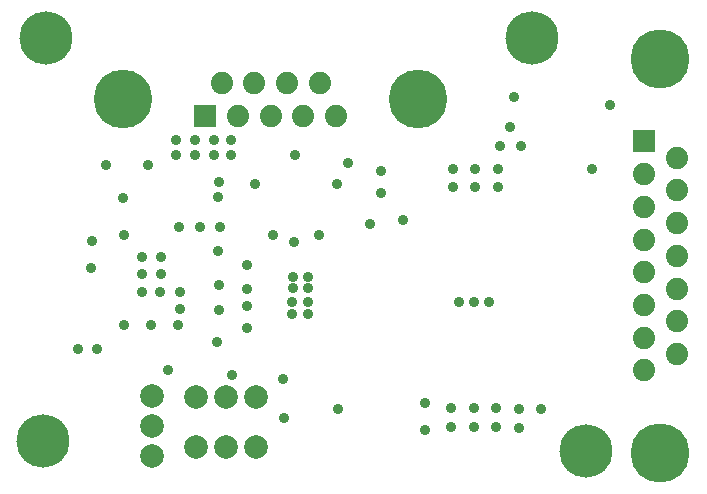
<source format=gbs>
G04*
G04 #@! TF.GenerationSoftware,Altium Limited,Altium Designer,19.0.10 (269)*
G04*
G04 Layer_Color=16711935*
%FSLAX25Y25*%
%MOIN*%
G70*
G01*
G75*
%ADD59C,0.17729*%
%ADD60C,0.07453*%
%ADD61R,0.07453X0.07453*%
%ADD62C,0.19540*%
%ADD63R,0.07453X0.07453*%
%ADD64C,0.07453*%
%ADD65C,0.19698*%
%ADD66C,0.07887*%
%ADD67C,0.03500*%
D59*
X180000Y14347D02*
D03*
X162000Y152000D02*
D03*
X0D02*
D03*
X-752Y17793D02*
D03*
D60*
X96811Y126008D02*
D03*
X91358Y137189D02*
D03*
X85905Y126008D02*
D03*
X80453Y137189D02*
D03*
X75000Y126008D02*
D03*
X69547Y137189D02*
D03*
X64095Y126008D02*
D03*
X58642Y137189D02*
D03*
D61*
X53189Y126008D02*
D03*
D62*
X25807Y131598D02*
D03*
X124193D02*
D03*
D63*
X199319Y117575D02*
D03*
D64*
X210500Y112122D02*
D03*
X199319Y106669D02*
D03*
X210500Y101216D02*
D03*
X199319Y95764D02*
D03*
X210500Y90311D02*
D03*
X199319Y84858D02*
D03*
X210500Y79405D02*
D03*
X199319Y73953D02*
D03*
X210500Y68500D02*
D03*
X199319Y63047D02*
D03*
X210500Y57595D02*
D03*
X199319Y52142D02*
D03*
X210500Y46689D02*
D03*
X199319Y41236D02*
D03*
D65*
X204909Y144996D02*
D03*
Y13815D02*
D03*
D66*
X70248Y15647D02*
D03*
X60248D02*
D03*
X50248D02*
D03*
X70248Y32322D02*
D03*
X60248D02*
D03*
X50248D02*
D03*
X35503Y32873D02*
D03*
Y22873D02*
D03*
Y12873D02*
D03*
D67*
X57268Y50766D02*
D03*
X67268Y55266D02*
D03*
Y76266D02*
D03*
X57536Y81172D02*
D03*
X67268Y68266D02*
D03*
Y62766D02*
D03*
X57768Y69766D02*
D03*
Y61266D02*
D03*
X44268Y56266D02*
D03*
X35268D02*
D03*
X26268D02*
D03*
X44768Y61766D02*
D03*
Y67266D02*
D03*
X43600Y118122D02*
D03*
X49848D02*
D03*
X56100D02*
D03*
X61848Y118043D02*
D03*
X58248Y89159D02*
D03*
X44398D02*
D03*
X51500D02*
D03*
X61848Y113043D02*
D03*
X56100Y113122D02*
D03*
X49848D02*
D03*
X43600D02*
D03*
X158500Y116079D02*
D03*
X151500Y116000D02*
D03*
X57500Y99000D02*
D03*
X57662Y104000D02*
D03*
X156000Y132500D02*
D03*
X154750Y122500D02*
D03*
X188228Y129729D02*
D03*
X181980Y108403D02*
D03*
X15500Y84500D02*
D03*
X26000Y86328D02*
D03*
X34220Y109648D02*
D03*
X40623Y41500D02*
D03*
X79567Y25500D02*
D03*
X79151Y38500D02*
D03*
X62150Y39706D02*
D03*
X111622Y100507D02*
D03*
Y107847D02*
D03*
X108101Y90000D02*
D03*
X126500Y30219D02*
D03*
Y21500D02*
D03*
X119000Y91500D02*
D03*
X97000Y103500D02*
D03*
X157748Y28352D02*
D03*
X165248D02*
D03*
X157748Y22176D02*
D03*
X100748Y110500D02*
D03*
X15000Y75433D02*
D03*
X19967Y109648D02*
D03*
X97500Y28352D02*
D03*
X135748Y108403D02*
D03*
X143248D02*
D03*
X150748D02*
D03*
X135748Y102228D02*
D03*
X143248D02*
D03*
X150748D02*
D03*
X150248Y22403D02*
D03*
X142748D02*
D03*
X135248D02*
D03*
X150248Y28578D02*
D03*
X142748D02*
D03*
X135248D02*
D03*
X137748Y64084D02*
D03*
X147748D02*
D03*
X38268Y67266D02*
D03*
X32268D02*
D03*
Y79110D02*
D03*
Y73360D02*
D03*
X38548D02*
D03*
Y79110D02*
D03*
X83248Y113147D02*
D03*
X69748Y103277D02*
D03*
X82748Y83912D02*
D03*
X75748Y86328D02*
D03*
X91248D02*
D03*
X25748Y98597D02*
D03*
X17248Y48453D02*
D03*
X10748Y48409D02*
D03*
X82248Y64147D02*
D03*
X87448D02*
D03*
X87366Y60123D02*
D03*
X82248D02*
D03*
X82311Y68828D02*
D03*
X87311D02*
D03*
Y72328D02*
D03*
X82311D02*
D03*
X142748Y64078D02*
D03*
M02*

</source>
